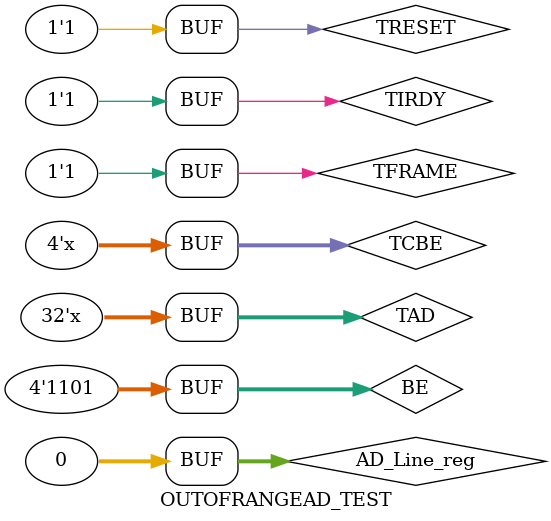
<source format=v>
module PCI_CLK(clk);
output clk;
reg clk;
initial
clk=0;
always
#5 clk=~clk;
endmodule
module PCI_TEST();
reg TIRDY,TFRAME;
reg [3:0]TCBE;
wire[31:0] TAD;
wire TDEVSEL,TTRDY,TSTOP;
reg TRESET;
///////////////////
reg[31:0] AD_Line_reg;
reg [3:0] BE;
wire [3:0] index_wire;
assign TAD =((TFRAME==1'b0 && TDEVSEL==1'b1 && TTRDY == 1'b1 && TIRDY===1'b1) || (BE == 4'b0111 && TIRDY==1'b0 && TDEVSEL==1) || (BE == 4'b0111 && TIRDY==1'b0 && TDEVSEL==0))? AD_Line_reg: 32'bz ;
				//sending ADDRESS                            //sendind DATA


initial
begin
AD_Line_reg = 32'bx;
TFRAME = 1;
TIRDY = 1;

//write
#0 TRESET=1'b0;
//#5 TRESET=1'b0;
#10 TRESET=1'b1;
#10 TFRAME=0;
TCBE=4'b0111;
BE = TCBE;
AD_Line_reg = 32'b1010;
#10 TIRDY=0;
AD_Line_reg = 32'b11111111111111110000000000001111;
TCBE = 4'b1111;
#20
AD_Line_reg = 32'b1000000000011000000000;
TCBE = 4'b1111;  
#10
TFRAME=1;
AD_Line_reg = 32'b1010100101111011111111111000111;
TCBE = 4'b1111;
#10
AD_Line_reg = 32'bz;
TCBE = 4'bz;
TIRDY = 1'b1;
//AD_Line_reg = 32'bzzzzzzzzzzzzzzzzzzzzzzzzzzzzzzzz;
//#5 TRESET=1'b0;

//read
#30 TFRAME=0;
TCBE=4'b0110;
AD_Line_reg = 32'b1010;
BE = TCBE;
#10 TIRDY=0;
TCBE = 4'b0010;
#20
TCBE = 4'b1110;
#10 
TCBE = 4'b0101;
TFRAME=1;

#10 TIRDY = 1;
TCBE = 4'bz;


#20 TFRAME=0;
TCBE=4'b0111;
BE = TCBE;
AD_Line_reg = 32'b1010;
#10 TIRDY=0;
AD_Line_reg = 32'b00000000000000001000000000001111;
TCBE = 4'b1011;
#20
AD_Line_reg = 32'b1000011000011000000000;
TCBE = 4'b1110;  
#10
TFRAME=1;
AD_Line_reg = 32'b0000011101111011111111111000111;
TCBE = 4'b1111;
#10
AD_Line_reg = 32'bz;
TCBE = 4'bz;
TIRDY = 1'b1;
//AD_Line_reg = 32'bzzzzzzzzzzzzzzzzzzzzzzzzzzzzzzzz;
//#5 TRESET=1'b0;

//read
#30 TFRAME=0;
TCBE=4'b0110;
AD_Line_reg = 32'b1010;
BE = TCBE;
#10 TIRDY=0;
TCBE = 4'b0010;
#20
TCBE = 4'b1110;
#10 
TCBE = 4'b0101;
TFRAME=1;

#10 TIRDY = 1;
TCBE = 4'bz;
end
PCI_CLK C1(TCLK);
slave I(.FRAME(TFRAME),.IRDY(TIRDY),.CLK(TCLK),.CBE(TCBE),.TRDY(TTRDY),.DEVSEL(TDEVSEL),.AD(TAD),.reset(TRESET), .STOP(TSTOP));

endmodule


module RESET_TEST();
reg TIRDY,TFRAME;
wire[2:0] TSTATE;
reg [3:0]TCBE;
wire[31:0] TAD;
wire TDEVSEL,TTRDY,TSTOP;
reg TRESET;
/////////////////// 
reg[31:0] AD_Line_reg;
reg [3:0] BE;
wire [3:0] index_wire;
assign TAD =((TFRAME==1'b0 && TDEVSEL==1'b1 && TTRDY == 1'b1 && TIRDY===1'b1) || (BE == 4'b0111 && TIRDY==1'b0 && TDEVSEL==1) || (BE == 4'b0111 && TIRDY==1'b0 && TDEVSEL==0))? AD_Line_reg: 32'bz ;
				//sending ADDRESS                            //sendind DATA


initial
begin
AD_Line_reg = 32'bx;
TFRAME = 1;
TIRDY = 1;

//write
#0 TRESET=1'b0;
//#5 TRESET=1'b0;
#10 TRESET=1'b1;
#10 TFRAME=0;
TCBE=4'b0111;
BE = TCBE;
AD_Line_reg = 32'b1010;
#10 TIRDY=0; 
AD_Line_reg = 32'b1;
TCBE = 4'b1111;
#20
AD_Line_reg = 32'b100000000;
TCBE = 4'b1111;  
#10
TFRAME=1;
AD_Line_reg = 32'b0000011111;
TCBE = 4'b1111;
#10
AD_Line_reg = 32'bz;
TCBE = 4'bz;
TIRDY = 1'b1;
//AD_Line_reg = 32'bzzzzzzzzzzzzzzzzzzzzzzzzzzzzzzzz;
#5 TRESET=1'b0;
#10 TRESET=1'b1; 

//read
#30 TFRAME=0;
TCBE=4'b0110;
AD_Line_reg = 32'b1010;
BE = TCBE;
#10 TIRDY=0;
TCBE = 4'b0010;
#25 TFRAME=1;

#10 TIRDY = 1;
TCBE = 4'bz;
end
PCI_CLK C1(TCLK);
slave I(.FRAME(TFRAME),.IRDY(TIRDY),.CLK(TCLK),.CBE(TCBE),.TRDY(TTRDY),.DEVSEL(TDEVSEL),.AD(TAD), .STOP(TSTOP),.reset(TRESET));

endmodule


module TRDY_TEST();
reg TIRDY,TFRAME;
wire[2:0] TSTATE;
reg [3:0]TCBE;
wire[31:0] TAD;
wire TDEVSEL,TTRDY,TSTOP;
reg TRESET;
///////////////////
reg[31:0] AD_Line_reg;
reg [3:0] BE;
wire [3:0] index_wire;

assign TAD =((TFRAME==1'b0 && TDEVSEL==1'b1 && TTRDY == 1'b1 && TIRDY===1'b1) || (BE == 4'b0111 && TIRDY==1'b0 && TDEVSEL==1) || (BE == 4'b0111 && TIRDY==1'b0 && TDEVSEL==0))? AD_Line_reg: 32'bz ;
				//sending ADDRESS                            //sendind DATA


initial
begin
AD_Line_reg = 32'bz;
TFRAME = 1;
TIRDY = 1;

//write
#0 TRESET=1'b0;
//#5 TRESET=1'b0;
#10 TRESET=1'b1;
#10 TFRAME=0;
TCBE=4'b0111;
BE = TCBE;
AD_Line_reg = 32'b1010;
#10 TIRDY=0;
AD_Line_reg = 32'b1;
TCBE = 4'b1111;
#20
AD_Line_reg = 32'b100000000;
TCBE = 4'b1111;  
#10
AD_Line_reg = 32'b110000000;
TCBE = 4'b1111;  
#10
AD_Line_reg = 32'b11111111111111111100000001;
TCBE = 4'b1111;  
#20
TFRAME=1;
AD_Line_reg = 32'b111111111111111111110000011111;
TCBE = 4'b1111;
#10
TIRDY = 1;
AD_Line_reg = 32'bz;
TCBE = 4'bz;

//#30 TFRAME=1;
//#10 TIRDY = 1;
//AD_Line_reg = 32'bzzzzzzzzzzzzzzzzzzzzzzzzzzzzzzzz;
//#5 TRESET=1'b0;

//read
#20 TFRAME=0;
TCBE=4'b0110;
AD_Line_reg = 32'b1010;
BE = TCBE;
#10 TIRDY=0;
TCBE = 4'b0000;
#20
TCBE = 4'b1101;
#10
TCBE = 4'b0101;
#10
TCBE = 4'b0001;
#10 TFRAME=1;
TCBE = 4'b1111;
#10 TIRDY =1;
TCBE = 4'bz;
////////////////////////////
#30 TFRAME=0;
TCBE=4'b0111;
BE = TCBE;
AD_Line_reg = 32'b1010;
#10 TIRDY=0;
AD_Line_reg = 32'b01010101010101;
TCBE = 4'b0001;
#20
AD_Line_reg = 32'b1000011111110001;
TCBE = 4'b1110;  
#10
AD_Line_reg = 32'b1111111110111111111110000000;
TCBE = 4'b1111;  
#10
AD_Line_reg = 32'b11111111000000000000000000000001;
TCBE = 4'b0111;  
#20
TFRAME=1;
AD_Line_reg = 32'b100000011111111111110000011111;
TCBE = 4'b1110;
#10
TIRDY = 1;
AD_Line_reg = 32'bz;
TCBE = 4'bz;

//#30 TFRAME=1;
//#10 TIRDY = 1;
//AD_Line_reg = 32'bzzzzzzzzzzzzzzzzzzzzzzzzzzzzzzzz;
//#5 TRESET=1'b0;

//read
#20 TFRAME=0;
TCBE=4'b0110;
AD_Line_reg = 32'b1010;
BE = TCBE;
#10 TIRDY=0;
TCBE = 4'b0000;
#20
TCBE = 4'b1101;
#10
TCBE = 4'b0101;
#10
TCBE = 4'b0001;
#10 TFRAME=1;
TCBE = 4'b1111;
#10 TIRDY =1;
TCBE = 4'bz;
end
PCI_CLK C1(TCLK);
slave I(.FRAME(TFRAME),.IRDY(TIRDY),.CLK(TCLK),.CBE(TCBE),.TRDY(TTRDY),.DEVSEL(TDEVSEL),.AD(TAD), .STOP(TSTOP),.reset(TRESET));

endmodule

module IRDY_READ_TEST();
reg TIRDY,TFRAME;
wire[2:0] TSTATE;
reg [3:0]TCBE;
wire[31:0] TAD;
wire TDEVSEL,TTRDY,TSTOP;
reg TRESET;
///////////////////
reg[31:0] AD_Line_reg;
reg [3:0] BE;
wire [3:0] index_wire;
assign TAD =((TFRAME==1'b0 && TDEVSEL==1'b1 && TTRDY == 1'b1 && TIRDY===1'b1) || (BE == 4'b0111 && TIRDY==1'b0 && TDEVSEL==1) || (BE == 4'b0111 && TIRDY==1'b0 && TDEVSEL==0))? AD_Line_reg: 32'bz ;
				//sending ADDRESS                            //sendind DATA


initial
begin
AD_Line_reg = 32'bz;
TFRAME = 1;
TIRDY = 1;

//write
#0 TRESET=1'b0;
//#5 TRESET=1'b0;
#10 TRESET=1'b1;
#10 TFRAME=0;
TCBE=4'b0111;
BE = TCBE;
AD_Line_reg = 32'b1010;
#10 TIRDY=0;
AD_Line_reg = 32'b1;
TCBE = 4'b1111;
#20 
AD_Line_reg = 32'b111111111111100000000111111110;
TCBE = 4'b1111;
#10
TFRAME=1;
AD_Line_reg = 32'b0000011111;
TCBE = 4'b1111;
#10
AD_Line_reg = 32'bz;
TCBE = 4'bz;
TIRDY = 1'b1;
//AD_Line_reg = 32'bzzzzzzzzzzzzzzzzzzzzzzzzzzzzzzzz;
//#5 TRESET=1'b0;

//read
#30 TFRAME=0;
TCBE=4'b0110;
AD_Line_reg = 32'b1010;
BE = TCBE;
#10 TIRDY=0;
TCBE = 4'b0001;
#10 TIRDY = 1;
#10 TIRDY =0;
TCBE = 4'b1110;
#20 TFRAME=1;
#10 TIRDY = 1;
TCBE = 4'bz;

///////////////////
#20 TFRAME=0;
TCBE=4'b0111;
BE = TCBE;
AD_Line_reg = 32'b1010;
#10 TIRDY=0;
AD_Line_reg = 32'b11111111111111111111111111111111;
TCBE = 4'b1000;
#20 
AD_Line_reg = 32'b00000000111110000000000000000000;
TCBE = 4'b0111;
#10
TFRAME=1;
AD_Line_reg = 32'b00000111110000011111;
TCBE = 4'b1011;
#10
AD_Line_reg = 32'bz;
TCBE = 4'bz;
TIRDY = 1'b1;
//AD_Line_reg = 32'bzzzzzzzzzzzzzzzzzzzzzzzzzzzzzzzz;
//#5 TRESET=1'b0;

//read
#30 TFRAME=0;
TCBE=4'b0110;
AD_Line_reg = 32'b1010;
BE = TCBE;
#10 TIRDY=0;
TCBE = 4'b0001;
#10 TIRDY = 1;
#10 TIRDY =0;
TCBE = 4'b1110;
#20 TFRAME=1;
#10 TIRDY = 1;
TCBE = 4'bz;
end
PCI_CLK C1(TCLK);
slave I(.FRAME(TFRAME),.IRDY(TIRDY),.CLK(TCLK),.CBE(TCBE),.TRDY(TTRDY),.DEVSEL(TDEVSEL),.AD(TAD), .STOP(TSTOP),.reset(TRESET));
endmodule

module CBE_TEST();
reg TIRDY,TFRAME;
wire[2:0] TSTATE;
reg [3:0]TCBE;
wire[31:0] TAD;
wire TDEVSEL,TTRDY,TSTOP;
reg TRESET;
///////////////////
reg[31:0] AD_Line_reg;
reg [3:0] BE;
wire [3:0] index_wire;
assign TAD =((TFRAME==1'b0 && TDEVSEL==1'b1 && TTRDY == 1'b1 && TIRDY===1'b1) || (BE == 4'b0111 && TIRDY==1'b0 && TDEVSEL==1) || (BE == 4'b0111 && TIRDY==1'b0 && TDEVSEL==0))? AD_Line_reg: 32'bz ;
				//sending ADDRESS                            //sendind DATA


initial
begin
AD_Line_reg = 32'bx;
TFRAME = 1;
TIRDY = 1;

//write
#0 TRESET=1'b0;
//#5 TRESET=1'b0;
#10 TRESET=1'b1;
#10 TFRAME=0;
TCBE=4'b0111;
BE = TCBE;
AD_Line_reg = 32'b1010;
#10 TIRDY=0;
AD_Line_reg = 32'b1;
TCBE = 4'b1111;
#20
AD_Line_reg = 32'b100000000;
TCBE = 4'b1111;  
#10
TFRAME=1;
AD_Line_reg = 32'b0000011111;
TCBE = 4'b1111;
#10
AD_Line_reg = 32'bz;
TCBE = 4'bz;
TIRDY = 1'b1;
//AD_Line_reg = 32'bzzzzzzzzzzzzzzzzzzzzzzzzzzzzzzzz;
//#5 TRESET=1'b0;

//read
#30 TFRAME=0;
TCBE=4'b0110;
AD_Line_reg = 32'b1010;
BE = TCBE;
#10 TIRDY=0;
TCBE = 4'b1111;
#20 TCBE = 4'b1010;
#10 TFRAME=1;
TCBE = 4'b0000;
#10 TIRDY = 1;
TCBE = 4'bz;

////////////////
#20 TFRAME=0;
TCBE=4'b0111;
BE = TCBE;
AD_Line_reg = 32'b1010;
#10 TIRDY=0;
AD_Line_reg = 32'b11111111111111110000000000001111;
TCBE = 4'b1110;
#20
AD_Line_reg = 32'b111100000000;
TCBE = 4'b0010;  
#10
TFRAME=1;
AD_Line_reg = 32'b0000000000000;
TCBE = 4'b1111;
#10
AD_Line_reg = 32'bz;
TCBE = 4'bz;
TIRDY = 1'b1;
//AD_Line_reg = 32'bzzzzzzzzzzzzzzzzzzzzzzzzzzzzzzzz;
//#5 TRESET=1'b0;

//read
#30 TFRAME=0;
TCBE=4'b0110;
AD_Line_reg = 32'b1010;
BE = TCBE;
#10 TIRDY=0;
TCBE = 4'b1111;
#20 TCBE = 4'b1010;
#10 TFRAME=1;
TCBE = 4'b0000;
#10 TIRDY = 1;
TCBE = 4'bz;

end
PCI_CLK C1(TCLK);
slave I(.FRAME(TFRAME),.IRDY(TIRDY),.CLK(TCLK),.CBE(TCBE),.TRDY(TTRDY),.DEVSEL(TDEVSEL),.AD(TAD), .STOP(TSTOP),.reset(TRESET));

endmodule
module LOOP_TEST();
reg TIRDY,TFRAME;
wire[2:0] TSTATE;
reg [3:0]TCBE;
wire[31:0] TAD;
wire TDEVSEL,TTRDY,TSTOP;
reg TRESET;
///////////////////
reg[31:0] AD_Line_reg;
reg [3:0] BE;
wire [3:0] index_wire;
assign TAD =((TFRAME==1'b0 && TDEVSEL==1'b1 && TTRDY == 1'b1 && TIRDY===1'b1) || (BE == 4'b0111 && TIRDY==1'b0 && TDEVSEL==1) || (BE == 4'b0111 && TIRDY==1'b0 && TDEVSEL==0))? AD_Line_reg: 32'bz ;
				//sending ADDRESS                            //sendind DATA


initial
begin
AD_Line_reg = 32'bx;
TFRAME = 1;
TIRDY = 1;

//write
#0 TRESET=1'b0;
//#5 TRESET=1'b0;
#10 TRESET=1'b1;
#10 TFRAME=0;
TCBE=4'b0111;
BE = TCBE;
AD_Line_reg = 32'b1010;
#10 TIRDY=0;
AD_Line_reg = 32'b1;
TCBE = 4'b1111;
#20
AD_Line_reg = 32'b1111111111111111111111111111100;
TCBE = 4'b1111;  
#10
TFRAME=1;
AD_Line_reg = 32'b0000011111;
TCBE = 4'b1111;
#10
AD_Line_reg = 32'bz;
TCBE = 4'bz;
TIRDY = 1'b1;
//AD_Line_reg = 32'bzzzzzzzzzzzzzzzzzzzzzzzzzzzzzzzz;
//#5 TRESET=1'b0;

//read
#30 TFRAME=0;
TCBE=4'b0110;
AD_Line_reg = 32'b1010;
BE = TCBE;
#10 TIRDY=0;
TCBE = 4'b1111;
#20 TCBE = 4'b1010;
#30 TFRAME=1;
TCBE = 4'b0000;
#10 TIRDY = 1;
TCBE = 4'bz;

///////////////////////////////
#10 TFRAME=0;
TCBE=4'b0111;
BE = TCBE;
AD_Line_reg = 32'b1010;
#10 TIRDY=0;
AD_Line_reg = 32'b1111111111111111111100000000;
TCBE = 4'b1110;
#20
AD_Line_reg = 32'b0000000000000000111111111100;
TCBE = 4'b1010;  
#10
TFRAME=1;
AD_Line_reg = 32'b111111111111111111111111111111;
TCBE = 4'b0111;
#10
AD_Line_reg = 32'bz;
TCBE = 4'bz;
TIRDY = 1'b1;
//AD_Line_reg = 32'bzzzzzzzzzzzzzzzzzzzzzzzzzzzzzzzz;
//#5 TRESET=1'b0;

//read
#30 TFRAME=0;
TCBE=4'b0110;
AD_Line_reg = 32'b1010;
BE = TCBE;
#10 TIRDY=0;
TCBE = 4'b1111;
#20 TCBE = 4'b1010;
#30 TFRAME=1;
TCBE = 4'b0000;
#10 TIRDY = 1;
TCBE = 4'bz;


end
PCI_CLK C1(TCLK);
slave I(.FRAME(TFRAME),.IRDY(TIRDY),.CLK(TCLK),.CBE(TCBE),.TRDY(TTRDY),.DEVSEL(TDEVSEL),.AD(TAD), .STOP(TSTOP),.reset(TRESET));

endmodule

module LOOP_TWOMEMS_TEST();
reg TIRDY,TFRAME;
wire[2:0] TSTATE;
reg [3:0]TCBE;
wire[31:0] TAD;
wire TDEVSEL,TTRDY,TSTOP;
reg TRESET;
///////////////////
reg[31:0] AD_Line_reg;
reg [3:0] BE;
wire [3:0] index_wire;

assign TAD =((TFRAME==1'b0 && TDEVSEL==1'b1 && TTRDY == 1'b1 && TIRDY===1'b1) || (BE == 4'b0111 && TIRDY==1'b0 && TDEVSEL==1) || (BE == 4'b0111 && TIRDY==1'b0 && TDEVSEL==0))? AD_Line_reg: 32'bz ;
				//sending ADDRESS                            //sendind DATA


initial
begin
AD_Line_reg = 32'bz;
TFRAME = 1;
TIRDY = 1;

//write
#0 TRESET=1'b0;
//#5 TRESET=1'b0;
#10 TRESET=1'b1;
#10 TFRAME=0;
TCBE=4'b0111;
BE = TCBE;
AD_Line_reg = 32'b1010;
#10 TIRDY=0;
AD_Line_reg = 32'b1;
TCBE = 4'b1111;
#20
AD_Line_reg = 32'b11111111111111111111000000000000;
TCBE = 4'b1111;  
#10
AD_Line_reg = 32'b110000000;
TCBE = 4'b1111;  
#10
AD_Line_reg = 32'b100000001;
TCBE = 4'b1111;
#20
AD_Line_reg = 32'b1111000000000001;
TCBE = 4'b1111; 
#10
TFRAME=1;
AD_Line_reg = 32'b0000011111;
TCBE = 4'b1111;
#10
AD_Line_reg = 32'bz;
TCBE = 4'bz;
TIRDY =1'b1;
#30 TFRAME=1;
#10 TIRDY = 1'b1;
//AD_Line_reg = 32'bzzzzzzzzzzzzzzzzzzzzzzzzzzzzzzzz;
//#5 TRESET=1'b0;

//read
#30 TFRAME=0;
TCBE=4'b0110;
AD_Line_reg = 32'b1010;
BE = TCBE;
#10 TIRDY=0;
TCBE = 4'b0000;
#20
TCBE = 4'b1101;
#10
TCBE = 4'b1111;
#10
TCBE = 4'b1010;
#10
TCBE = 4'b1100;
#10
TCBE = 4'b0011;
#10
TCBE = 4'b1110;
#10
TCBE = 4'b0111;
#30 TFRAME=1;
#10 TIRDY =1;
TCBE = 4'bz;


//////////////////////
#20 TFRAME=0;
TCBE=4'b0111;
BE = TCBE;
AD_Line_reg = 32'b1010;
#10 TIRDY=0;
AD_Line_reg = 32'b1;
TCBE = 4'b1111;
#20
AD_Line_reg = 32'b000000000000000000000000000000;
TCBE = 4'b1011;  
#10
AD_Line_reg = 32'b111111111111111111111110000000;
TCBE = 4'b0111;  
#10
AD_Line_reg = 32'b00000000000000000000000111111;
TCBE = 4'b1110;
#20
AD_Line_reg = 32'b11110001111111111111111110001;
TCBE = 4'b0000; 
#10
TFRAME=1;
AD_Line_reg = 32'b0000011111111100011111111111;
TCBE = 4'b1101;
#10
AD_Line_reg = 32'bz;
TCBE = 4'bz;
TIRDY =1'b1;
#30 TFRAME=1;
#10 TIRDY = 1'b1;
//AD_Line_reg = 32'bzzzzzzzzzzzzzzzzzzzzzzzzzzzzzzzz;
//#5 TRESET=1'b0;

//read
#30 TFRAME=0;
TCBE=4'b0110;
AD_Line_reg = 32'b1010;
BE = TCBE;
#10 TIRDY=0;
TCBE = 4'b0000;
#20
TCBE = 4'b1101;
#10
TCBE = 4'b1111;
#10
TCBE = 4'b1010;
#10
TCBE = 4'b1100;
#10
TCBE = 4'b0011;
#10
TCBE = 4'b1110;
#10
TCBE = 4'b0111;
#30 TFRAME=1;
#10 TIRDY =1;
TCBE = 4'bz;

end
PCI_CLK C1(TCLK);
slave I(.FRAME(TFRAME),.IRDY(TIRDY),.CLK(TCLK),.CBE(TCBE),.TRDY(TTRDY),.DEVSEL(TDEVSEL),.AD(TAD), .STOP(TSTOP),.reset(TRESET));

endmodule
module STOP_TEST();
reg TIRDY,TFRAME;
wire[2:0] TSTATE;
reg [3:0]TCBE;
wire[31:0] TAD;
wire TDEVSEL,TTRDY,TSTOP;
reg TRESET;
///////////////////
reg[31:0] AD_Line_reg;
reg [3:0] BE;
wire [3:0] index_wire;

assign TAD =((TFRAME==1'b0 && TDEVSEL==1'b1 && TTRDY == 1'b1 && TIRDY===1'b1) || (BE == 4'b0111 && TIRDY==1'b0 && TDEVSEL==1) || (BE == 4'b0111 && TIRDY==1'b0 && TDEVSEL==0))? AD_Line_reg: 32'bz ;
				//sending ADDRESS                            //sendind DATA


initial
begin
AD_Line_reg = 32'bz;
TFRAME = 1;
TIRDY = 1;

//write
#0 TRESET=1'b0;
//#5 TRESET=1'b0;
#10 TRESET=1'b1;
#10 TFRAME=0;
TCBE=4'b0111;
BE = TCBE;
AD_Line_reg = 32'b1010;
#10 TIRDY=0;
AD_Line_reg = 32'b1;
TCBE = 4'b1111;
#20
AD_Line_reg = 32'b11111111111111111111000000000000;
TCBE = 4'b1111;  
#10
AD_Line_reg = 32'b110000000;
TCBE = 4'b1111;  
#10
AD_Line_reg = 32'b100000001;
TCBE = 4'b1111;
#20
AD_Line_reg = 32'b1111000000000001;
TCBE = 4'b1111;
#10
AD_Line_reg = 32'b11111111111110000011011100001111;
TCBE = 4'b1111; 
#10
TFRAME=1;
AD_Line_reg = 32'b0000011111;
TCBE = 4'b1111;
#10 TIRDY = 1'b1;
TCBE <= 4'bz;
//AD_Line_reg = 32'bzzzzzzzzzzzzzzzzzzzzzzzzzzzzzzzz;
//#5 TRESET=1'b0;

//read
#30 TFRAME=0;
TCBE=4'b0110;
AD_Line_reg = 32'b1010;
BE = TCBE;
#10 TIRDY=0;
TCBE = 4'b0000;
#60 TFRAME=1;
#10 TIRDY =1;
TCBE = 4'bz;
end
PCI_CLK C1(TCLK);
slave I(.FRAME(TFRAME),.IRDY(TIRDY),.CLK(TCLK),.CBE(TCBE),.TRDY(TTRDY),.DEVSEL(TDEVSEL),.AD(TAD), .STOP(TSTOP),.reset(TRESET));

endmodule




module ADD_TEST();
reg TIRDY,TFRAME;
reg [3:0]TCBE;
wire[31:0] TAD;
wire TDEVSEL,TTRDY,TSTOP;
reg TRESET;
///////////////////
reg[31:0] AD_Line_reg;
reg [3:0] BE;
wire [3:0] index_wire;
assign TAD =((TFRAME==1'b0 && TDEVSEL==1'b1 && TTRDY == 1'b1 && TIRDY===1'b1) || (BE == 4'b0111 && TIRDY==1'b0 && TDEVSEL==1) || (BE == 4'b0111 && TIRDY==1'b0 && TDEVSEL==0))? AD_Line_reg: 32'bz ;
				//sending ADDRESS                            //sendind DATA


initial
begin
AD_Line_reg = 32'bx;
TFRAME = 1;
TIRDY = 1;

//write
#0 TRESET=1'b0;
//#5 TRESET=1'b0;
#10 TRESET=1'b1;
#10 TFRAME=0;
TCBE=4'b0111;
BE = TCBE;
AD_Line_reg = 32'b1011;
#10 TIRDY=0;
AD_Line_reg = 32'b11111111111111110000000000001111;
TCBE = 4'b1111;
#20
TFRAME=1;
AD_Line_reg = 32'b1010100101111011111111111000111;
TCBE = 4'b1111;
#10
AD_Line_reg = 32'bz;
TCBE = 4'bz;
TIRDY = 1'b1;
//AD_Line_reg = 32'bzzzzzzzzzzzzzzzzzzzzzzzzzzzzzzzz;
//#5 TRESET=1'b0;

//read
#30 TFRAME=0;
TCBE=4'b0110;
AD_Line_reg = 32'b1011;
BE = TCBE;
#10 TIRDY=0;
TCBE = 4'b0010;
#20
TCBE = 4'b1110;
TFRAME=1;

#10 TIRDY = 1;
TCBE = 4'bz;
end
PCI_CLK C1(TCLK);
slave I(.FRAME(TFRAME),.IRDY(TIRDY),.CLK(TCLK),.CBE(TCBE),.TRDY(TTRDY),.DEVSEL(TDEVSEL),.AD(TAD),.reset(TRESET), .STOP(TSTOP));

endmodule

module ADD_LOOP_TEST();
reg TIRDY,TFRAME;
reg [3:0]TCBE;
wire[31:0] TAD;
wire TDEVSEL,TTRDY,TSTOP;
reg TRESET;
///////////////////
reg[31:0] AD_Line_reg;
reg [3:0] BE;
wire [3:0] index_wire;
assign TAD =((TFRAME==1'b0 && TDEVSEL==1'b1 && TTRDY == 1'b1 && TIRDY===1'b1) || (BE == 4'b0111 && TIRDY==1'b0 && TDEVSEL==1) || (BE == 4'b0111 && TIRDY==1'b0 && TDEVSEL==0))? AD_Line_reg: 32'bz ;
				//sending ADDRESS                            //sendind DATA


initial
begin
AD_Line_reg = 32'bx;
TFRAME = 1;
TIRDY = 1;

//write
#0 TRESET=1'b0;
//#5 TRESET=1'b0;
#10 TRESET=1'b1;
#10 TFRAME=0;
TCBE=4'b0111;
BE = TCBE;
AD_Line_reg = 32'b1011;
#10 TIRDY=0;
AD_Line_reg = 32'b11111111111111110000000000001111;
TCBE = 4'b1111;
#20
TFRAME=1;
AD_Line_reg = 32'b1010100101111011111111111000111;
TCBE = 4'b1111;
#10
AD_Line_reg = 32'bz;
TCBE = 4'bz;
TIRDY = 1'b1;
//AD_Line_reg = 32'bzzzzzzzzzzzzzzzzzzzzzzzzzzzzzzzz;
//#5 TRESET=1'b0;

//read
#30 TFRAME=0;
TCBE=4'b0110;
AD_Line_reg = 32'b1011;
BE = TCBE;
#10 TIRDY=0;
TCBE = 4'b0010;
#30
TCBE = 4'b1110;
TFRAME=1;

#10 TIRDY = 1;
TCBE = 4'bz;
end
PCI_CLK C1(TCLK);
slave I(.FRAME(TFRAME),.IRDY(TIRDY),.CLK(TCLK),.CBE(TCBE),.TRDY(TTRDY),.DEVSEL(TDEVSEL),.AD(TAD),.reset(TRESET), .STOP(TSTOP));


endmodule
module OUTOFRANGEAD_TEST();
reg TIRDY,TFRAME;
reg [3:0]TCBE;
wire[31:0] TAD;
wire TDEVSEL,TTRDY,TSTOP;
reg TRESET;
///////////////////
reg[31:0] AD_Line_reg;
reg [3:0] BE;
wire [3:0] index_wire;
assign TAD =((TFRAME==1'b0 && TDEVSEL==1'b1 && TTRDY == 1'b1 && TIRDY===1'b1) || (BE == 4'b0111 && TIRDY==1'b0 && TDEVSEL==1) || (BE == 4'b0111 && TIRDY==1'b0 && TDEVSEL==0))? AD_Line_reg: 32'bz ;
				//sending ADDRESS                            //sendind DATA


initial
begin
AD_Line_reg = 32'bx;
TFRAME = 1;
TIRDY = 1;

//write
#0 TRESET=1'b0;
//#5 TRESET=1'b0;
#10 TRESET=1'b1;
#10 TFRAME=0;
TCBE=4'b0111;
BE = TCBE;
AD_Line_reg = 32'b0000;
#10 TIRDY=0;
AD_Line_reg = 32'b11111111111111110000000000001111;
TCBE = 4'b0111;
#20
AD_Line_reg = 32'b1000000000011000000000;
TCBE = 4'b1111;  
#10
TFRAME=1;
AD_Line_reg = 32'b1010100101111011111111111000111;
TCBE = 4'b1110;
#10
AD_Line_reg = 32'bz;
TCBE = 4'bz;
TIRDY = 1'b1;
//AD_Line_reg = 32'bzzzzzzzzzzzzzzzzzzzzzzzzzzzzzzzz;
//#5 TRESET=1'b0;

//read
#30 TFRAME=0;
TCBE=4'b1101;
AD_Line_reg = 32'b00;
BE = TCBE;
#10 TIRDY=0;
TCBE = 4'b0010;
#20
TCBE = 4'b1110;
#10 
TCBE = 4'b0101;
TFRAME=1;

#10 TIRDY = 1;
TCBE = 4'bz;
end
PCI_CLK C1(TCLK);
slave I(.FRAME(TFRAME),.IRDY(TIRDY),.CLK(TCLK),.CBE(TCBE),.TRDY(TTRDY),.DEVSEL(TDEVSEL),.AD(TAD),.reset(TRESET), .STOP(TSTOP));

endmodule

</source>
